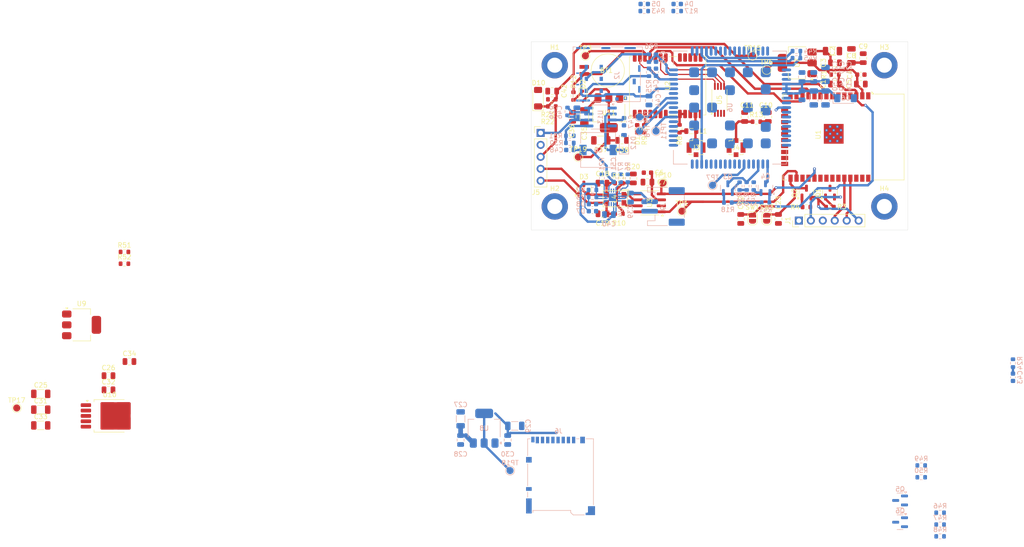
<source format=kicad_pcb>
(kicad_pcb (version 20240108) (generator "pcbnew") (generator_version "8.0")
  (layers (0 "F.Cu" signal) (31 "B.Cu" signal) (34 "B.Paste" user) (35 "F.Paste" user) (36 "B.SilkS" user "B.Silkscreen") (37 "F.SilkS" user "F.Silkscreen") (38 "B.Mask" user) (39 "F.Mask" user) (44 "Edge.Cuts" user))
  (net 0 "")
  (net 1 "Gps_V_Back")
  (net 2 "/EN")
  (net 3 "+5V")
  (net 4 "/PSU")
  (net 5 "/LTE_Module/RP_ANT")
  (net 6 "Net-(J4-In)")
  (net 7 "/LTE_Module/SIM_RST")
  (net 8 "/LTE_Module/SIM_VCC")
  (net 9 "/LTE_Module/VBAT")
  (net 10 "/LTE_Module/SIM_DATA")
  (net 11 "/LTE_Module/SIM_CLK")
  (net 12 "CAN_H")
  (net 13 "CAN_L")
  (net 14 "Net-(C20-Pad1)")
  (net 15 "/IO0")
  (net 16 "/SD_Modula/PSU")
  (net 17 "/LTE_Module/3V3")
  (net 18 "/GPS_Module/PSU")
  (net 19 "+BATT")
  (net 20 "PW+")
  (net 21 "Net-(U13-TC)")
  (net 22 "/PowerSupply_Module/StpDow_Out")
  (net 23 "Net-(D1-A)")
  (net 24 "Net-(D2-K)")
  (net 25 "Net-(D4-A)")
  (net 26 "Net-(D5-A)")
  (net 27 "Net-(D7-A)")
  (net 28 "/PowerSupply_Module/PGOOD")
  (net 29 "Net-(D8-A)")
  (net 30 "/PowerSupply_Module/CHG")
  (net 31 "Net-(D12-K)")
  (net 32 "/DTR")
  (net 33 "PROG_TX")
  (net 34 "/RTS")
  (net 35 "PROG_RX")
  (net 36 "SD_CS")
  (net 37 "MOSI")
  (net 38 "SCK")
  (net 39 "MISO")
  (net 40 "Net-(J3-In)")
  (net 41 "ACC")
  (net 42 "Net-(L1-Pad1)")
  (net 43 "/CAN_Module/CANH")
  (net 44 "/CAN_Module/CANL")
  (net 45 "Net-(Q1-B)")
  (net 46 "Net-(Q2-B)")
  (net 47 "/LTE_Module/S_DTR")
  (net 48 "/LTE_Module/DTR")
  (net 49 "Net-(Q3-B)")
  (net 50 "/LTE_Module/PWRKEY")
  (net 51 "Net-(Q4-B)")
  (net 52 "Net-(Q4-E)")
  (net 53 "Net-(Q5-B)")
  (net 54 "LTE_RX")
  (net 55 "Net-(Q5-C)")
  (net 56 "LTE_TX")
  (net 57 "Net-(Q6-B)")
  (net 58 "Net-(Q6-E)")
  (net 59 "Net-(U4-TS)")
  (net 60 "Net-(U4-ISET)")
  (net 61 "/GPS_Module/Ant_Rsv")
  (net 62 "Net-(U2-TIMEPULSE)")
  (net 63 "/LTE_Module/DATA_EN")
  (net 64 "/LTE_Module/LED_NET")
  (net 65 "/LTE_Module/1V8")
  (net 66 "Net-(U4-ILIM)")
  (net 67 "Net-(U13-DC)")
  (net 68 "Net-(U13-Vfb)")
  (net 69 "GND")
  (net 70 "Net-(U6-I2C_SCL)")
  (net 71 "Net-(U6-I2C_SDA)")
  (net 72 "Net-(U10-ADJ)")
  (net 73 "CAN_TX")
  (net 74 "Net-(U6-USB_BOOT)")
  (net 75 "Net-(U6-USB_DP)")
  (net 76 "Net-(U6-USB_DM)")
  (net 77 "CAN_RX")
  (net 85 "/ACC_Readout")
  (net 88 "GPS_TX")
  (net 99 "GPS_RX")
  (net 101 "/GPS_Module/GPS_SDA")
  (net 103 "/GPS_Module/GPS_SCL")
  (net 160 "Net-(J2-RST)")
  (net 161 "Net-(J2-CLK)")
  (footprint "Capacitor_SMD:C_1206_3216Metric" (layer "F.Cu") (at 99.475 52)
    (property "Reference" "C2")
    (property "Value" "10uF")
  )
  (footprint "MountingHole:MountingHole_3.2mm_M3_DIN965_Pad" (layer "F.Cu") (at 40.5 55)
    (property "Reference" "H1")
    (property "Value" "MountingHole_Pad")
  )
  (footprint "Resistor_SMD:R_0603_1608Metric" (layer "F.Cu") (at -50.89 97.16)
    (property "Reference" "R52")
    (property "Value" "10K")
  )
  (footprint "TestPoint:TestPoint_Pad_D1.5mm" (layer "F.Cu") (at 63.5 80)
    (property "Reference" "TP10")
    (property "Value" "TestPoint")
  )
  (footprint "Capacitor_SMD:C_0805_2012Metric" (layer "F.Cu") (at 100 59 180)
    (property "Reference" "C1")
    (property "Value" "0.1uF")
  )
  (footprint "Capacitor_SMD:C_0805_2012Metric" (layer "F.Cu") (at 54.775 70.9625)
    (property "Reference" "C38")
    (property "Value" "100pF")
  )
  (footprint "Connector_PinHeader_2.54mm:PinHeader_1x06_P2.54mm_Vertical" (layer "F.Cu") (at 92.34 88 90)
    (property "Reference" "J1")
    (property "Value" "Conn_01x06_Socket")
  )
  (footprint "Capacitor_SMD:C_0603_1608Metric" (layer "F.Cu") (at 105.5 57)
    (property "Reference" "C4")
    (property "Value" "22uF")
  )
  (footprint "TestPoint:TestPoint_Pad_D1.5mm" (layer "F.Cu") (at 85.5 56)
    (property "Reference" "TP6")
    (property "Value" "TestPoint")
  )
  (footprint "Resistor_SMD:R_0603_1608Metric" (layer "F.Cu") (at 100 57)
    (property "Reference" "R1")
    (property "Value" "10K")
  )
  (footprint "Capacitor_SMD:C_0805_2012Metric" (layer "F.Cu") (at 50.63 80.05)
    (property "Reference" "C18")
    (property "Value" "100pF")
  )
  (footprint "Capacitor_SMD:C_0805_2012Metric" (layer "F.Cu") (at 88 87.65 90)
    (property "Reference" "C23")
    (property "Value" "0.1uF")
  )
  (footprint "Inductor_SMD:L_0805_2012Metric" (layer "F.Cu") (at 69.5 69)
    (property "Reference" "L1")
    (property "Value" "27uH")
  )
  (footprint "Jumper:SolderJumper-2_P1.3mm_Open_RoundedPad1.0x1.5mm" (layer "F.Cu") (at 82.5 87.5 90)
    (property "Reference" "SW1")
    (property "Value" "SW_Push")
  )
  (footprint "Package_TO_SOT_SMD:SOT-223-3_TabPin2" (layer "F.Cu") (at -60 110.145)
    (property "Reference" "U9")
    (property "Value" "AMS1117-3.3")
  )
  (footprint "Capacitor_SMD:C_0805_2012Metric" (layer "F.Cu") (at 105.5 59)
    (property "Reference" "C5")
    (property "Value" "0.1uF")
  )
  (footprint "EPCO_B82787C0513:EPCO B82787C0513" (layer "F.Cu") (at 53.34 83.365 -90)
    (property "Reference" "L4")
    (property "Value" "EPCO B82787C0513")
  )
  (footprint "Package_TO_SOT_SMD:TO-252-5_TabPin3" (layer "F.Cu") (at -54.04 129.48)
    (property "Reference" "U10")
    (property "Value" "MIC29302AWD")
  )
  (footprint "Package_SO:TSSOP-8_4.4x3mm_P0.65mm" (layer "F.Cu") (at 75.475 62.3625 90)
    (property "Reference" "U5")
    (property "Value" "AT24CS01-XHM")
  )
  (footprint "Package_TO_SOT_SMD:SOT-223-3_TabPin2" (layer "F.Cu") (at 92 54.5 180)
    (property "Reference" "U7")
    (property "Value" "AMS1117-3.3")
  )
  (footprint "Capacitor_SMD:C_0805_2012Metric" (layer "F.Cu") (at 106 53.5 90)
    (property "Reference" "C9")
    (property "Value" "100pF")
  )
  (footprint "Capacitor_SMD:C_1206_3216Metric" (layer "F.Cu") (at -68.67 131.5)
    (property "Reference" "C33")
    (property "Value" "10uF")
  )
  (footprint "Capacitor_SMD:C_0805_2012Metric" (layer "F.Cu") (at 39.95 60.5 180)
    (property "Reference" "C42")
    (property "Value" "100pF")
  )
  (footprint "Resistor_SMD:R_0603_1608Metric" (layer "F.Cu") (at 54.13 86.55 180)
    (property "Reference" "R10")
    (property "Value" "60R")
  )
  (footprint "Resistor_SMD:R_0603_1608Metric" (layer "F.Cu") (at 39.875 63.75 180)
    (property "Reference" "R22")
    (property "Value" "10K")
  )
  (footprint "Capacitor_SMD:C_0805_2012Metric" (layer "F.Cu") (at 80 87.65 90)
    (property "Reference" "C22")
    (property "Value" "0.1uF")
  )
  (footprint "Capacitor_SMD:C_0805_2012Metric" (layer "F.Cu") (at 44.275 65.9625 -90)
    (property "Reference" "C36")
    (property "Value" "100pF")
  )
  (footprint "Connector_PinHeader_2.54mm:PinHeader_1x05_P2.54mm_Vertical" (layer "F.Cu") (at 37.5 69.38)
    (property "Reference" "J5")
    (property "Value" "Conn_01x05_Socket")
  )
  (footprint "Resistor_SMD:R_0603_1608Metric" (layer "F.Cu") (at 59.5 68.5 -90)
    (property "Reference" "R9")
    (property "Value" "1K")
  )
  (footprint "Package_TO_SOT_SMD:SOT-23" (layer "F.Cu") (at 93.95 82.0625 90)
    (property "Reference" "Q2")
    (property "Value" "BC849")
  )
  (footprint "Capacitor_SMD:C_0805_2012Metric" (layer "F.Cu") (at 50.63 86.55)
    (property "Reference" "C19")
    (property "Value" "100pF")
  )
  (footprint "Battery:BatteryHolder_Seiko_MS621F" (layer "F.Cu") (at 46.756898 56.1125 180)
    (property "Reference" "BT1")
    (property "Value" "Battery_Cell")
  )
  (footprint "Capacitor_SMD:C_0805_2012Metric" (layer "F.Cu") (at -54.28 123.95)
    (property "Reference" "C32")
    (property "Value" "100pF")
  )
  (footprint "Diode_SMD:D_MiniMELF" (layer "F.Cu") (at 36.95 62 90)
    (property "Reference" "D10")
    (property "Value" "BZV55B5V1")
  )
  (footprint "Capacitor_SMD:C_0805_2012Metric" (layer "F.Cu") (at -54.28 120.94)
    (property "Reference" "C26")
    (property "Value" "100pF")
  )
  (footprint "Capacitor_SMD:C_0805_2012Metric" (layer "F.Cu") (at 80.825 66 90)
    (property "Reference" "C11")
    (property "Value" "NC")
  )
  (footprint "Capacitor_SMD:C_1206_3216Metric" (layer "F.Cu") (at -68.67 124.8)
    (property "Reference" "C25")
    (property "Value" "10uF")
  )
  (footprint "Resistor_SMD:R_0603_1608Metric" (layer "F.Cu") (at 54.13 80.05 180)
    (property "Reference" "R11")
    (property "Value" "60R")
  )
  (footprint "Resistor_SMD:R_0603_1608Metric" (layer "F.Cu") (at 39.875 62.25 180)
    (property "Reference" "R23")
    (property "Value" "3K9")
  )
  (footprint "Package_SO:SOIC-8_3.9x4.9mm_P1.27mm" (layer "F.Cu") (at 60.655 84.23 180)
    (property "Reference" "U3")
    (property "Value" "SN65HVD231")
  )
  (footprint "Package_TO_SOT_SMD:SOT-223-3_TabPin2" (layer "F.Cu") (at 51.975 65.1125 -90)
    (property "Reference" "U11")
    (property "Value" "AMS1117-3.3")
  )
  (footprint "Capacitor_SMD:C_0805_2012Metric" (layer "F.Cu") (at 60.18 79.825 180)
    (property "Reference" "C7")
    (property "Value" "0.1uF")
  )
  (footprint "Resistor_SMD:R_0603_1608Metric" (layer "F.Cu") (at -50.89 94.65)
    (property "Reference" "R51")
    (property "Value" "22K")
  )
  (footprint "Resistor_SMD:R_0603_1608Metric" (layer "F.Cu") (at 44.475 61.5625 -90)
    (property "Reference" "R12")
    (property "Value" "120R")
  )
  (footprint "Capacitor_SMD:C_0805_2012Metric" (layer "F.Cu") (at 100 54.5)
    (property "Reference" "C3")
    (property "Value" "100pF")
  )
  (footprint "Resistor_SMD:R_0603_1608Metric" (layer "F.Cu") (at 67 68.5 -90)
    (property "Reference" "R8")
    (property "Value" "22R")
  )
  (footprint "Capacitor_SMD:C_0603_1608Metric" (layer "F.Cu") (at 58 68.5 -90)
    (property "Reference" "D1")
    (property "Value" "LED")
  )
  (footprint "Package_TO_SOT_SMD:SOT-23-3" (layer "F.Cu") (at 46.68 81.325 90)
    (property "Reference" "D3")
    (property "Value" "PESD1CAN")
  )
  (footprint "TestPoint:TestPoint_Pad_D1.5mm" (layer "F.Cu") (at -73.77 127.8)
    (property "Reference" "TP17")
    (property "Value" "TestPoint")
  )
  (footprint "TestPoint:TestPoint_Pad_D1.5mm" (layer "F.Cu") (at 45.5 74.5)
    (property "Reference" "TP19")
    (property "Value" "TestPoint")
  )
  (footprint "TestPoint:TestPoint_Pad_D1.5mm" (layer "F.Cu") (at 47 53)
    (property "Reference" "TP3")
    (property "Value" "TestPoint")
  )
  (footprint "RF_Module:ESP32-WROOM-32" (layer "F.Cu") (at 98.83 70.25 -90)
    (property "Reference" "U1")
    (property "Value" "ESP32-WROOM-32")
  )
  (footprint "RF_GPS:ublox_NEO" (layer "F.Cu") (at 64.475 59.3625 90)
    (property "Reference" "U2")
    (property "Value" "NEO-M8M")
  )
  (footprint "Connector_Coaxial:U.FL_Molex_MCRF_73412-0110_Vertical" (layer "F.Cu") (at 79 72.5 180)
    (property "Reference" "J4")
    (property "Value" "Conn_Coaxial")
  )
  (footprint "Diode_SMD:D_SOD-323" (layer "F.Cu") (at 46.475 61.5625 -90)
    (property "Reference" "D2")
    (property "Value" "1N4148")
  )
  (footprint "Capacitor_SMD:C_1206_3216Metric" (layer "F.Cu") (at 50.275 70.9625 180)
    (property "Reference" "C37")
    (property "Value" "10uF")
  )
  (footprint "Package_TO_SOT_SMD:SOT-23" (layer "F.Cu") (at 98.95 82.0625 90)
    (property "Reference" "Q1")
    (property "Value" "BC849")
  )
  (footprint "Jumper:SolderJumper-2_P1.3mm_Open_RoundedPad1.0x1.5mm" (layer "F.Cu") (at 85.5 87.5 90)
    (property "Reference" "SW3")
    (property "Value" "SW_Push")
  )
  (footprint "TestPoint:TestPoint_Pad_D1.5mm" (layer "F.Cu") (at 67.5 86)
    (property "Reference" "TP1")
    (property "Value" "TestPoint")
  )
  (footprint "Capacitor_SMD:C_0805_2012Metric" (layer "F.Cu") (at -49.83 117.93)
    (property "Reference" "C34")
    (property "Value" "100pF")
  )
  (footprint "Capacitor_SMD:C_1206_3216Metric" (layer "F.Cu") (at 46.775 65.9625 -90)
    (property "Reference" "C35")
    (property "Value" "10uF")
  )
  (footprint "MountingHole:MountingHole_3.2mm_M3_DIN965_Pad" (layer "F.Cu") (at 110.5 55)
    (property "Reference" "H3")
    (property "Value" "MountingHole_Pad")
  )
  (footprint "Capacitor_SMD:C_1206_3216Metric" (layer "F.Cu") (at -68.67 128.15)
    (property "Reference" "C31")
    (property "Value" "10uF")
  )
  (footprint "Capacitor_SMD:C_1206_3216Metric" (layer "F.Cu") (at 103.5 53 90)
    (property "Reference" "C8")
    (property "Value" "10uF")
  )
  (footprint "TestPoint:TestPoint_Pad_D1.5mm" (layer "F.Cu") (at 82.5 53)
    (property "Reference" "TP15")
    (property "Value" "TestPoint")
  )
  (footprint "Capacitor_SMD:C_0603_1608Metric" (layer "F.Cu") (at 60.18 77.825 180)
    (property "Reference" "C6")
    (property "Value" "22uF")
  )
  (footprint "Capacitor_SMD:C_0805_2012Metric" (layer "F.Cu") (at 85.825 66 90)
    (property "Reference" "C10")
    (property "Value" "NC")
  )
  (footprint "Connector_Coaxial:U.FL_Molex_MCRF_73412-0110_Vertical" (layer "F.Cu") (at 70.5 72.5 180)
    (property "Reference" "J3")
    (property "Value" "Conn_Coaxial")
  )
  (footprint "Resistor_SMD:R_0603_1608Metric" (layer "F.Cu") (at 93.95 85.125 180)
    (property "Reference" "R4")
    (property "Value" "10K")
  )
  (footprint "Resistor_SMD:R_0603_1608Metric" (layer "F.Cu") (at 83.325 67 180)
    (property "Reference" "R13")
    (property "Value" "R33")
  )
  (footprint "MountingHole:MountingHole_3.2mm_M3_DIN965_Pad" (layer "F.Cu") (at 40.5 85)
    (property "Reference" "H2")
    (property "Value" "MountingHole_Pad")
  )
  (footprint "Resistor_SMD:R_0603_1608Metric" (layer "F.Cu") (at 98.95 85.125)
    (property "Reference" "R3")
    (property "Value" "10K")
  )
  (footprint "Capacitor_SMD:C_0805_2012Metric" (layer "F.Cu") (at 57.18 79.05 90)
    (property "Reference" "C20")
    (property "Value" "4.7uF")
  )
  (footprint "MountingHole:MountingHole_3.2mm_M3_DIN965_Pad" (layer "F.Cu") (at 110.5 85)
    (property "Reference" "H4")
    (property "Value" "MountingHole_Pad")
  )
  (footprint "TestPoint:TestPoint_Pad_D1.5mm" (layer "B.Cu") (at 31 141.1 180)
    (property "Reference" "TP18")
    (property "Value" "TestPoint")
  )
  (footprint "Package_TO_SOT_SMD:SOT-23" (layer "B.Cu") (at 113.835 152.06 180)
    (property "Reference" "Q6")
    (property "Value" "MMBT3904")
  )
  (footprint "Package_TO_SOT_SMD:SOT-23" (layer "B.Cu") (at 77.25 81.1125 90)
    (property "Reference" "Q3")
    (property "Value" "MMBT3904")
  )
  (footprint "Capacitor_SMD:C_0603_1608Metric" (layer "B.Cu") (at 53 79 90)
    (property "Reference" "C51")
    (property "Value" "1uF")
  )
  (footprint "A7670E:A7670E" (layer "B.Cu") (at 77.7 64 90)
    (property "Reference" "U6")
    (property "Value" "A7670E")
  )
  (footprint "Capacitor_SMD:C_0805_2012Metric" (layer "B.Cu") (at 95.5 57.5 90)
    (property "Reference" "C17")
    (property "Value" "100pF")
  )
  (footprint "Resistor_SMD:R_0603_1608Metric" (layer "B.Cu") (at 91.825 53.5 180)
    (property "Reference" "R45")
    (property "Value" "1K")
  )
  (footprint "Resistor_SMD:R_0603_1608Metric" (layer "B.Cu") (at 56 79 90)
    (property "Reference" "R6")
    (property "Value" "10K")
  )
  (footprint "Resistor_SMD:R_0603_1608Metric" (layer "B.Cu") (at 48.5 81.5)
    (property "Reference" "R2")
    (property "Value" "1K")
  )
  (footprint "Resistor_SMD:R_0603_1608Metric" (layer "B.Cu") (at 60.5 53.5 -90)
    (property "Reference" "R26")
    (property "Value" "22R")
  )
  (footprint "Capacitor_SMD:C_1206_3216Metric" (layer "B.Cu") (at 32 131.6)
    (property "Reference" "C29")
    (property "Value" "10uF")
  )
  (footprint "Package_DFN_QFN:VQFN-16-1EP_3x3mm_P0.5mm_EP1.6x1.6mm" (layer "B.Cu") (at 52.75 83.0625 180)
    (property "Reference" "U4")
    (property "Value" "BQ24075RGT")
  )
  (footprint "Resistor_SMD:R_0603_1608Metric" (layer "B.Cu") (at 118.325 142.51 180)
    (property "Reference" "R50")
    (property "Value" "4K7")
  )
  (footprint "Resistor_SMD:R_0603_1608Metric" (layer "B.Cu") (at 122.335 150.04 180)
    (property "Reference" "R46")
    (property "Value" "4K7")
  )
  (footprint "Resistor_SMD:R_0603_1608Metric" (layer "B.Cu") (at 122.335 155.06 180)
    (property "Reference" "R48")
    (property "Value" "100K")
  )
  (footprint "Resistor_SMD:R_0603_1608Metric" (layer "B.Cu") (at 77.25 84.175)
    (property "Reference" "R18")
    (property "Value" "100K")
  )
  (footprint "Resistor_SMD:R_0603_1608Metric" (layer "B.Cu") (at 50.5 79 90)
    (property "Reference" "R21")
    (property "Value" "1k18")
  )
  (footprint "Diode_SMD:D_MiniMELF" (layer "B.Cu") (at 102.25 62)
    (property "Reference" "D6")
    (property "Value" "BZV55B5V1")
  )
  (footprint "Resistor_SMD:R_0603_1608Metric" (layer "B.Cu") (at 85.25 84.175)
    (property "Reference" "R41")
    (property "Value" "4K7")
  )
  (footprint "Capacitor_SMD:C_0805_2012Metric" (layer "B.Cu") (at 45.2 65 90)
    (property "Reference" "C46")
    (property "Value" "0.1uF")
  )
  (footprint "Capacitor_SMD:C_0603_1608Metric" (layer "B.Cu") (at 66.5 42 180)
    (property "Reference" "D4")
    (property "Value" "LED")
  )
  (footprint "Capacitor_SMD:C_0603_1608Metric" (layer "B.Cu") (at 62 53.5 -90)
    (property "Reference" "C45")
    (property "Value" "22uF")
  )
  (footprint "Package_SO:SOIC-8_3.9x4.9mm_P1.27mm" (layer "B.Cu") (at 50.2 66 180)
    (property "Reference" "U13")
    (property "Value" "MC34063AD")
  )
  (footprint "Capacitor_SMD:C_1206_3216Metric" (layer "B.Cu") (at 20.5 130.1 90)
    (property "Reference" "C27")
    (property "Value" "10uF")
  )
  (footprint "Resistor_SMD:R_0603_1608Metric" (layer "B.Cu") (at 79.75 80.675 90)
    (property "Reference" "R19")
    (property "Value" "4K7")
  )
  (footprint "Resistor_SMD:R_0603_1608Metric" (layer "B.Cu") (at 66.5 43.5)
    (property "Reference" "R17")
    (property "Value" "51R")
  )
  (footprint "Capacitor_SMD:C_1206_3216Metric" (layer "B.Cu") (at 95.5 61.95 -90)
    (property "Reference" "C49")
    (property "Value" "10uF")
  )
  (footprint "Capacitor_SMD:C_0603_1608Metric" (layer "B.Cu") (at 59.5 42 180)
    (property "Reference" "D5")
    (property "Value" "LED")
  )
  (footprint "Package_TO_SOT_SMD:SOT-223-3_TabPin2" (layer "B.Cu") (at 25.5 132.1 90)
    (property "Reference" "U8")
    (property "Value" "AMS1117-3.3")
  )
  (footprint "Resistor_SMD:R_0603_1608Metric" (layer "B.Cu") (at 82.75 80.675 -90)
    (property "Reference" "R42")
    (property "Value" "47K")
  )
  (footprint "Package_TO_SOT_SMD:SOT-23" (layer "B.Cu") (at 85.25 81.1125 90)
    (property "Reference" "Q4")
    (property "Value" "BC849")
  )
  (footprint "Capacitor_SMD:C_0805_2012Metric" (layer "B.Cu") (at 56.5625 83.1 -90)
    (property "Reference" "C39")
    (property "Value" "4.7uF")
  )
  (footprint "Capacitor_SMD:C_0805_2012Metric" (layer "B.Cu") (at 60.5 62.5 -90)
    (property "Reference" "C44")
    (property "Value" "100pF")
  )
  (footprint "Resistor_SMD:R_0603_1608Metric" (layer "B.Cu") (at 43.7 71.5)
    (property "Reference" "R30")
    (property "Value" "3K3")
  )
  (footprint "Package_TO_SOT_SMD:SOT-23" (layer "B.Cu") (at 113.835 147.435 180)
    (property "Reference" "Q5")
    (property "Value" "MMBT3904")
  )
  (footprint "Connector_JST:JST_PH_S2B-PH-SM4-TB_1x02-1MP_P2.00mm_Horizontal" (layer "B.Cu") (at 63.5 85 -90)
    (property "Reference" "J9")
    (property "Value" "Battery")
  )
  (footprint "Resistor_SMD:R_0603_1608Metric" (layer "B.Cu") (at 43.7 70 180)
    (property "Reference" "R31")
    (property "Value" "1K2")
  )
  (footprint "TestPoint:TestPoint_Pad_D1.5mm" (layer "B.Cu") (at 62 69 90)
    (property "Reference" "TP11")
    (property "Value" "TestPoint")
  )
  (footprint "Resistor_SMD:R_0603_1608Metric" (layer "B.Cu") (at 59.5 43.5)
    (property "Reference" "R43")
    (property "Value" "51R")
  )
  (footprint "Inductor_SMD:L_7.3x7.3_H4.5" (layer "B.Cu") (at 49.7 73 180)
    (property "Reference" "L6")
    (property "Value" "220uH")
  )
  (footprint "Capacitor_SMD:C_0603_1608Metric" (layer "B.Cu") (at 62 56.5 90)
    (property "Reference" "C41")
    (property "Value" "22uF")
  )
  (footprint "Capacitor_SMD:C_0603_1608Metric" (layer "B.Cu") (at 48.5 84.5 180)
    (property "Reference" "D8")
    (property "Value" "LED")
  )
  (footprint "TestPoint:TestPoint_Pad_D1.5mm" (layer "B.Cu") (at 58.5 69 90)
    (property "Reference" "TP8")
    (property "Value" "TestPoint")
  )
  (footprint "Resistor_SMD:R_0603_1608Metric" (layer "B.Cu") (at 118.325 140 180)
    (property "Reference" "R49")
    (property "Value" "4K7")
  )
  (footprint "Connector_JAE:JAE_SIM_Card_SF72S006" (layer "B.Cu") (at 49.66 57.905 -90)
    (property "Reference" "J2")
    (property "Value" "JAE_SIM_Card_SF72S006")
  )
  (footprint "Capacitor_SMD:C_0805_2012Metric" (layer "B.Cu") (at 52 86.725 180)
    (property "Reference" "C40")
    (property "Value" "4.7uF")
  )
  (footprint "Capacitor_SMD:C_1206_3216Metric" (layer "B.Cu") (at 98 61.95 -90)
    (property "Reference" "C14")
    (property "Value" "10uF")
  )
  (footprint "Connector_Card:microSD_HC_Hirose_DM3BT-DSF-PEJS" (layer "B.Cu") (at 41.725 142.225 180)
    (property "Reference" "J6")
    (property "Value" "Micro_SD_Card")
  )
  (footprint "Capacitor_SMD:C_1206_3216Metric" (layer "B.Cu") (at 98 56.95 90)
    (property "Reference" "C21")
    (property "Value" "10uF")
  )
  (footprint "Capacitor_SMD:C_0603_1608Metric" (layer "B.Cu") (at 48.5 86 180)
    (property "Reference" "D7")
    (property "Value" "LED")
  )
  (footprint "Capacitor_SMD:C_0805_2012Metric" (layer "B.Cu") (at 93 61.4 -90)
    (property "Reference" "C50")
    (property "Value" "100pF")
  )
  (footprint "Capacitor_SMD:C_0603_1608Metric" (layer "B.Cu") (at 43.7 73 180)
    (property "Reference" "C48")
    (property "Value" "470pF")
  )
  (footprint "Capacitor_SMD:C_0805_2012Metric" (layer "B.Cu") (at 20.5 134.6 -90)
    (property "Reference" "C28")
    (property "Value" "100pF")
  )
  (footprint "TestPoint:TestPoint_Pad_D1.5mm" (layer "B.Cu") (at 58.5 66 90)
    (property "Reference" "TP9")
    (property "Value" "TestPoint")
  )
  (footprint "Resistor_SMD:R_0603_1608Metric" (layer "B.Cu") (at 48.5 83)
    (property "Reference" "R5")
    (property "Value" "1K")
  )
  (footprint "Capacitor_SMD:C_0805_2012Metric" (layer "B.Cu") (at 93 57.5 90)
    (property "Reference" "C24")
    (property "Value" "100pF")
  )
  (footprint "Capacitor_SMD:C_0603_1608Metric" (layer "B.Cu") (at 55.2 67 -90)
    (property "Reference" "C47")
    (property "Value" "470pF")
  )
  (footprint "Resistor_SMD:R_0603_1608Metric" (layer "B.Cu") (at 81.25 80.675 -90)
    (property "Reference" "R20")
    (property "Value" "4K7")
  )
  (footprint "Resistor_SMD:R_0603_1608Metric" (layer "B.Cu") (at 43.2 64.825 -90)
    (property "Reference" "R29")
    (property "Value" "0.33R")
  )
  (footprint "Diode_SMD:D_SOD-123" (layer "B.Cu") (at 55.2 71.5 90)
    (property "Reference" "D12")
    (property "Value" "1N5819")
  )
  (footprint "Resistor_SMD:R_0603_1608Metric" (layer "B.Cu") (at 122.335 152.55 180)
    (property "Reference" "R47")
    (property "Value" "4K7")
  )
  (footprint "Capacitor_SMD:C_0805_2012Metric" (layer "B.Cu") (at 30.5 134.6 -90)
    (property "Reference" "C30")
    (property "Value" "100pF")
  )
  (footprint "TestPoint:TestPoint_Pad_D1.5mm" (layer "B.Cu") (at 74 80.5 180)
    (property "Reference" "TP7")
    (property "Value" "TestPoint")
  )
  (footprint "Resistor_SMD:R_0603_1608Metric" (layer "B.Cu") (at 60.5 56.5 -90)
    (property "Reference" "R25")
    (property "Value" "22R")
  )
  (footprint "Capacitor_SMD:C_0603_1608Metric" (layer "B.Cu") (at 137.81 121.275 -90)
    (property "Reference" "C43")
    (property "Value" "22uF")
  )
  (footprint "Resistor_SMD:R_0603_1608Metric" (layer "B.Cu") (at 54.5 79 90)
    (property "Reference" "R7")
    (property "Value" "1k13")
  )
  (footprint "Resistor_SMD:R_0603_1608Metric" (layer "B.Cu") (at 137.81 118.275 -90)
    (property "Reference" "R24")
    (property "Value" "22R")
  )
  (footprint "Resistor_SMD:R_0603_1608Metric" (layer "B.Cu") (at 91.825 52 180)
    (property "Reference" "R44")
    (property "Value" "1K")
  )
  (gr_rect (start 35.5 50) (end 115.5 90) (stroke (width 0.05)) (fill none) (layer "Edge.Cuts"))
  (segment (start 59.675 52.4625) (end 59.675 53.3625) (width 0.5) (layer "F.Cu") (net 1))
  (segment (start 44.475 59.144398) (end 46.756898 56.8625) (width 0.5) (layer "F.Cu") (net 1))
  (segment (start 55.225 52.0125) (end 59.225 52.0125) (width 0.5) (layer "F.Cu") (net 1))
  (segment (start 46.756898 56.8625) (end 50.375 56.8625) (width 0.5) (layer "F.Cu") (net 1))
  (segment (start 59.225 52.0125) (end 59.675 52.4625) (width 0.5) (layer "F.Cu") (net 1))
  (segment (start 50.375 56.8625) (end 55.225 52.0125) (width 0.5) (layer "F.Cu") (net 1))
  (segment (start 55.225 52.0125) (end 47.9875 52.0125) (width 0.5) (layer "F.Cu") (net 1))
  (segment (start 47.9875 52.0125) (end 47 53) (width 0.5) (layer "F.Cu") (net 1))
  (segment (start 44.475 60.7375) (end 44.475 59.144398) (width 0.5) (layer "F.Cu") (net 1))
  (segment (start 106.5 63.5) (end 105.71 63.5) (width 0.5) (layer "F.Cu") (net 2))
  (segment (start 100.375 81.125) (end 98.95 81.125) (width 0.5) (layer "F.Cu") (net 2))
  (segment (start 100.825 57) (end 100.825 58.875) (width 0.5) (layer "F.Cu") (net 2))
  (segment (start 104.54 62.33) (end 104.54 61.5) (width 0.5) (layer "F.Cu") (net 2))
  (segment (start 82.35 86.7) (end 82.5 86.85) (width 0.5) (layer "F.Cu") (net 2))
  (segment (start 104.54 60.57) (end 104.54 61.5) (width 0.5) (layer "F.Cu") (net 2))
  (segment (start 102.25 60.25) (end 104.22 60.25) (width 0.5) (layer "F.Cu") (net 2))
  (segment (start 100.95 59) (end 101 59) (width 0.5) (layer "F.Cu") (net 2))
  (segment (start 87.5 85) (end 84.35 85) (width 0.5) (layer "F.Cu") (net 2))
  (segment (start 80 86.7) (end 82.35 86.7) (width 0.5) (layer "F.Cu") (net 2))
  (segment (start 104.22 60.25) (end 104.54 60.57) (width 0.5) (layer "F.Cu") (net 2))
  (segment (start 100.825 58.875) (end 100.95 59) (width 0.5) (layer "F.Cu") (net 2))
  (segment (start 84.35 85) (end 82.5 86.85) (width 0.5) (layer "F.Cu") (net 2))
  (segment (start 105.71 63.5) (end 104.54 62.33) (width 0.5) (layer "F.Cu") (net 2))
  (segment (start 101 59) (end 102.25 60.25) (width 0.5) (layer "F.Cu") (net 2))
  (via (at 87.5 85) (size 0.6) (drill 0.3) (layers "F.Cu" "B.Cu") (net 2))
  (via (at 106.5 63.5) (size 0.6) (drill 0.3) (layers "F.Cu" "B.Cu") (net 2))
  (via (at 100.375 81.125) (size 0.6) (drill 0.3) (layers "F.Cu" "B.Cu") (net 2))
  (segment (start 96.375 81.125) (end 100.375 81.125) (width 0.5) (layer "B.Cu") (net 2))
  (segment (start 107 80.5) (end 101 80.5) (width 0.5) (layer "B.Cu") (net 2))
  (segment (start 92.5 85) (end 96.375 81.125) (width 0.5) (layer "B.Cu") (net 2))
  (segment (start 108 79.5) (end 107 80.5) (width 0.5) (layer "B.Cu") (net 2))
  (segment (start 101 80.5) (end 100.375 81.125) (width 0.5) (layer "B.Cu") (net 2))
  (segment (start 106.5 63.5) (end 108 65) (width 0.5) (layer "B.Cu") (net 2))
  (segment (start 87.5 85) (end 92.5 85) (width 0.5) (layer "B.Cu") (net 2))
  (segment (start 108 65) (end 108 79.5) (width 0.5) (layer "B.Cu") (net 2))
  (segment (start 63.13 83.595) (end 62.155001 83.595) (width 0.5) (layer "F.Cu") (net 3))
  (segment (start 98 52) (end 95.35 52) (width 0.5) (layer "F.Cu") (net 3))
  (segment (start 99.05 54.5) (end 99.05 53.05) (width 0.5) (layer "F.Cu") (net 3))
  (segment (start 99.05 53.05) (end 98 52) (width 0.5) (layer "F.Cu") (net 3))
  (segment (start 46.775 64.4875) (end 47.15 64.4875) (width 0.5) (layer "F.Cu") (net 3))
  (segment (start 95.35 52) (end 95.15 52.2) (width 0.5) (layer "F.Cu") (net 3))
  (segment (start 46.25 65.0125) (end 46.775 64.4875) (width 0.5) (layer "F.Cu") (net 3))
  (segment (start 44.275 65.0125) (end 46.25 65.0125) (width 0.5) (layer "F.Cu") (net 3))
  (segment (start 62.155001 83.595) (end 61.13 82.569999) (width 0.5) (layer "F.Cu") (net 3))
  (segment (start 61.13 82.569999) (end 61.13 79.825) (width 0.5) (layer "F.Cu") (net 3))
  (segment (start 47.15 64.4875) (end 49.675 61.9625) (width 0.5) (layer "F.Cu") (net 3))
  (segment (start 61.13 79.825) (end 61.13 78) (width 0.5) (layer "F.Cu") (net 3))
  (segment (start 49.6375 83.3125) (end 49.325 83) (width 0.25) (layer "B.Cu") (net 3))
  (segment (start 47.5 88.225) (end 51.45 88.225) (width 0.5) (layer "B.Cu") (net 3))
  (segment (start 53 86.675) (end 52.95 86.725) (width 0.25) (layer "B.Cu") (net 3))
  (segment (start 53.5 84.5) (end 53 84.5) (width 0.25) (layer "B.Cu") (net 3))
  (segment (start 47.5 88.225) (end 46 86.725) (width 0.5) (layer "B.Cu") (net 3))
  (segment (start 49 80.225) (end 49.325 80.55) (width 0.5) (layer "B.Cu") (net 3))
  (segment (start 46 86.725) (end 46 80.725) (width 0.5) (layer "B.Cu") (net 3))
  (segment (start 46 80.725) (end 46.5 80.225) (width 0.5) (layer "B.Cu") (net 3))
  (segment (start 49.325 80.55) (end 49.325 81.5) (width 0.5) (layer "B.Cu") (net 3))
  (segment (start 53.5 86.175) (end 52.95 86.725) (width 0.25) (layer "B.Cu") (net 3))
  (segment (start 51.45 88.225) (end 52.95 86.725) (width 0.5) (layer "B.Cu") (net 3))
  (segment (start 62 69) (end 62 67.93934) (width 0.5) (layer "B.Cu") (net 3))
  (segment (start 53.5 84.5) (end 53.5 86.175) (width 0.25) (layer "B.Cu") (net 3))
  (segment (start 46.5 80.225) (end 49 80.225) (width 0.5) (layer "B.Cu") (net 3))
  (segment (start 63.93934 66) (end 65.7 66) (width 0.5) (layer "B.Cu") (net 3))
  (segment (start 51.3125 83.3125) (end 49.6375 83.3125) (width 0.25) (layer "B.Cu") (net 3))
  (segment (start 49.325 83) (end 49.325 81.5) (width 0.25) (layer "B.Cu") (net 3))
  (segment (start 51.3125 82.8125) (end 51.3125 83.3125) (width 0.25) (layer "B.Cu") (net 3))
  (segment (start 20.5 133.65) (end 20.5 131.575) (width 1) (layer "B.Cu") (net 3))
  (segment (start 53 84.5) (end 53 86.675) (width 0.25) (layer "B.Cu") (net 3))
  (segment (start 62 67.93934) (end 63.93934 66) (width 0.5) (layer "B.Cu") (net 3))
  (segment (start 49.5125 82.8125) (end 49.325 83) (width 0.25) (layer "B.Cu") (net 3))
  (segment (start 23.2 135.25) (end 21.6 133.65) (width 1) (layer "B.Cu") (net 3))
  (segment (start 51.3125 82.8125) (end 49.5125 82.8125) (width 0.25) (layer "B.Cu") (net 3))
  (segment (start 103.75 56.025) (end 102 56.025) (width 0.5) (layer "F.Cu") (net 4))
  (segment (start 98.5 56.025) (end 98.5 56.325) (width 0.5) (layer "F.Cu") (net 4))
  (segment (start 104.725 57) (end 103.75 56.025) (width 0.5) (layer "F.Cu") (net 4))
  (segment (start 95.15 54.5) (end 88.85 54.5) (width 0.5) (layer "F.Cu") (net 4))
  (segment (start 96.675 56.025) (end 95.15 54.5) (width 0.5) (layer "F.Cu") (net 4))
  (segment (start 105.81 60.26) (end 105.81 61.5) (width 0.5) (layer "F.Cu") (net 4))
  (segment (start 98.5 56.325) (end 99.175 57) (width 0.5) (layer "F.Cu") (net 4))
  (segment (start 102 56.025) (end 98.5 56.025) (width 0.5) (layer "F.Cu") (net 4))
  (segment (start 104.725 57) (end 104.725 58.825) (width 0.5) (layer "F.Cu") (net 4))
  (segment (start 87 54.5) (end 85.5 56) (width 0.5) (layer "F.Cu") (net 4))
  (segment (start 88.85 54.5) (end 87 54.5) (width 0.5) (layer "F.Cu") (net 4))
  (segment (start 102 55.975) (end 103.5 54.475) (width 0.5) (layer "F.Cu") (net 4))
  (segment (start 103.525 54.45) (end 103.5 54.475) (width 0.5) (layer "F.Cu") (net 4))
  (segment (start 98.5 56.025) (end 96.675 56.025) (width 0.5) (layer "F.Cu") (net 4))
  (segment (start 104.725 58.825) (end 104.55 59) (width 0.5) (layer "F.Cu") (net 4))
  (segment (start 102 56.025) (end 102 55.975) (width 0.5) (layer "F.Cu") (net 4))
  (segment (start 106 54.45) (end 103.525 54.45) (width 0.5) (layer "F.Cu") (net 4))
  (segment (start 104.55 59) (end 105.81 60.26) (width 0.5) (layer "F.Cu") (net 4))
  (segment (start 85.825 66.95) (end 84.2 66.95) (width 0.5) (layer "F.Cu") (net 5))
  (via (at 87.5 64.5) (size 0.6) (drill 0.3) (layers "F.Cu" "B.Cu") (net 5))
  (segment (start 89.7 64) (end 88 64) (width 0.5) (layer "B.Cu") (net 5))
  (segment (start 88 64) (end 87.5 64.5) (width 0.5) (layer "B.Cu") (net 5))
  (segment (start 82.5 67) (end 80.875 67) (width 0.5) (layer "F.Cu") (net 6))
  (segment (start 79 67.5) (end 79 71) (width 0.5) (layer "F.Cu") (net 6))
  (segment (start 80.825 66.95) (end 79.55 66.95) (width 0.5) (layer "F.Cu") (net 6))
  (segment (start 79.55 66.95) (end 79 67.5) (width 0.5) (layer "F.Cu") (net 6))
  (segment (start 64.25 54.975) (end 64.25 56.31066) (width 0.5) (layer "B.Cu") (net 7))
  (segment (start 64.25 56.31066) (end 64.93934 57) (width 0.5) (layer "B.Cu") (net 7))
  (segment (start 62 52.725) (end 62 52.825) (width 0.5) (layer "B.Cu") (net 7))
  (segment (start 64.93934 57) (end 65.7 57) (width 0.5) (layer "B.Cu") (net 7))
  (segment (start 62 52.725) (end 64.25 54.975) (width 0.5) (layer "B.Cu") (net 7))
  (segment (start 62 52.825) (end 60.5 54.325) (width 0.5) (layer "B.Cu") (net 7))
  (segment (start 46.1 61.1) (end 46.1 56.9325) (width 0.5) (layer "B.Cu") (net 8))
  (segment (start 46.1 56.9325) (end 47.2 55.8325) (width 0.5) (layer "B.Cu") (net 8))
  (segment (start 57.225 61.175) (end 51.325 61.175) (width 0.5) (layer "B.Cu") (net 8))
  (segment (start 62.1 60) (end 60.5 61.6) (width 0.5) (layer "B.Cu") (net 8))
  (segment (start 60.5 61.6) (end 57.65 61.6) (width 0.5) (layer "B.Cu") (net 8))
  (segment (start 51.325 61.175) (end 51 61.5) (width 0.5) (layer "B.Cu") (net 8))
  (segment (start 51 61.5) (end 46.5 61.5) (width 0.5) (layer "B.Cu") (net 8))
  (segment (start 65.7 60) (end 62.1 60) (width 0.5) (layer "B.Cu") (net 8))
  (segment (start 57.65 61.6) (end 57.225 61.175) (width 0.5) (layer "B.Cu") (net 8))
  (segment (start 46.5 61.5) (end 46.1 61.1) (width 0.5) (layer "B.Cu") (net 8))
  (segment (start 47.2 55.8325) (end 47.2 55.365) (width 0.5) (layer "B.Cu") (net 8))
  (segment (start 98 58.425) (end 93.025 58.425) (width 0.5) (layer "B.Cu") (net 9))
  (segment (start 93 58.45) (end 92.45 59) (width 0.5) (layer "B.Cu") (net 9))
  (segment (start 89.7 61) (end 92.45 61) (width 0.5) (layer "B.Cu") (net 9))
  (segment (start 93.025 58.425) (end 93 58.45) (width 0.5) (layer "B.Cu") (net 9))
  (segment (start 98 60.475) (end 93.025 60.475) (width 0.5) (layer "B.Cu") (net 9))
  (segment (start 98.975 60.475) (end 100.5 62) (width 0.5) (layer "B.Cu") (net 9))
  (segment (start 89.7 59) (end 89.7 61) (width 0.5) (layer "B.Cu") (net 9))
  (segment (start 98 60.475) (end 98.975 60.475) (width 0.5) (layer "B.Cu") (net 9))
  (segment (start 92.45 61) (end 93 60.45) (width 0.5) (layer "B.Cu") (net 9))
  (segment (start 93.025 60.475) (end 93 60.45) (width 0.5) (layer "B.Cu") (net 9))
  (segment (start 93 58.45) (end 93 60.45) (width 0.5) (layer "B.Cu") (net 9))
  (segment (start 92.45 59) (end 89.7 59) (width 0.5) (layer "B.Cu") (net 9))
  (segment (start 137.81 120.5) (end 137.81 119.1) (width 0.5) (layer "B.Cu") (net 10))
  (segment (start 60.5 55.675) (end 60.5 55.775) (width 0.5) (layer "B.Cu") (net 11))
  (segment (start 60.5 55.775) (end 62 57.275) (width 0.5) (layer "B.Cu") (net 11))
  (segment (start 62.725 58) (end 65.7 58) (width 0.5) (layer "B.Cu") (net 11))
  (segment (start 62 57.275) (end 62.725 58) (width 0.5) (layer "B.Cu") (net 11))
  (segment (start 51.5 86.47) (end 51.58 86.55) (width 0.5) (layer "F.Cu") (net 12))
  (segment (start 37.54 79.5) (end 37.5 79.54) (width 0.5) (layer "F.Cu") (net 12))
  (segment (start 51.58 86.55) (end 53.305 86.55) (width 0.5) (layer "F.Cu") (net 12))
  (segment (start 42.5 79.5) (end 37.54 79.5) (width 0.5) (layer "F.Cu") (net 12))
  (segment (start 51.5 84.23) (end 51.5 86.47) (width 0.5) (layer "F.Cu") (net 12))
  (segment (start 45.73 82.4625) (end 45.4625 82.4625) (width 0.5) (layer "F.Cu") (net 12))
  (segment (start 45.4625 82.4625) (end 42.5 79.5) (width 0.5) (layer "F.Cu") (net 12))
  (segment (start 47.4975 84.23) (end 45.73 82.4625) (width 0.5) (layer "F.Cu") (net 12))
  (segment (start 51.5 84.23) (end 47.4975 84.23) (width 0.5) (layer "F.Cu") (net 12))
  (segment (start 41.906606 77) (end 37.5 77) (width 0.5) (layer "F.Cu") (net 13))
  (segment (start 53.305 80.05) (end 51.58 80.05) (width 0.5) (layer "F.Cu") (net 13))
  (segment (start 47.6675 82.5) (end 47.63 82.4625) (width 0.5) (layer "F.Cu") (net 13))
  (segment (start 51.5 80.13) (end 51.58 80.05) (width 0.5) (layer "F.Cu") (net 13))
  (segment (start 51.5 82.5) (end 47.6675 82.5) (width 0.5) (layer "F.Cu") (net 13))
  (segment (start 47.369106 82.4625) (end 41.906606 77) (width 0.5) (layer "F.Cu") (net 13))
  (segment (start 47.63 82.4625) (end 47.369106 82.4625) (width 0.5) (layer "F.Cu") (net 13))
  (segment (start 51.5 82.5) (end 51.5 80.13) (width 0.5) (layer "F.Cu") (net 13))
  (segment (start 57.13 80.05) (end 57.18 80) (width 0.5) (layer "F.Cu") (net 14))
  (segment (start 53.68 84.68) (end 53.68 81.325) (width 0.5) (layer "F.Cu") (net 14))
  (segment (start 54.955 86.55) (end 54.955 85.955) (width 0.5) (layer "F.Cu") (net 14))
  (segment (start 53.68 81.325) (end 54.955 80.05) (width 0.5) (layer "F.Cu") (net 14))
  (segment (start 54.955 80.05) (end 57.13 80.05) (width 0.5) (layer "F.Cu") (net 14))
  (segment (start 54.955 85.955) (end 53.68 84.68) (width 0.5) (layer "F.Cu") (net 14))
  (segment (start 85.65 86.7) (end 85.5 86.85) (width 0.5) (layer "F.Cu") (net 15))
  (segment (start 90.57 80.25) (end 90.57 79) (width 0.5) (layer "F.Cu") (net 15))
  (segment (start 88 86.7) (end 91.445 83.255) (width 0.5) (layer "F.Cu") (net 15))
  (segment (start 91.445 83.255) (end 91.445 81.125) (width 0.5) (layer "F.Cu") (net 15))
  (segment (start 93.95 81.125) (end 91.445 81.125) (width 0.5) (layer "F.Cu") (net 15))
  (segment (start 91.445 81.125) (end 90.57 80.25) (width 0.5) (layer "F.Cu") (net 15))
  (segment (start 88 86.7) (end 85.65 86.7) (width 0.5) (layer "F.Cu") (net 15))
  (segment (start 30.5 133.65) (end 31.05 133.1) (width 0.5) (layer "B.Cu") (net 16))
  (segment (start 30.525 131.6) (end 30.525 133.625) (width 0.5) (layer "B.Cu") (net 16))
  (segment (start 27.875 128.95) (end 30.525 131.6) (width 0.5) (layer "B.Cu") (net 16))
  (segment (start 30.525 133.625) (end 30.5 133.65) (width 0.5) (layer "B.Cu") (net 16))
  (segment (start 25.5 135.6) (end 31 141.1) (width 0.5) (layer "B.Cu") (net 16))
  (segment (start 31.05 133.1) (end 40.9 133.1) (width 0.5) (layer "B.Cu") (net 16))
  (segment (start 25.5 128.95) (end 25.5 135.25) (width 0.5) (layer "B.Cu") (net 16))
  (segment (start 78.075 84.175) (end 84.425 84.175) (width 0.5) (layer "B.Cu") (net 17))
  (segment (start 51.75 70.9625) (end 53.825 70.9625) (width 0.5) (layer "F.Cu") (net 18))
  (segment (start 58.575 54.65) (end 59.425 55.5) (width 0.25) (layer "F.Cu") (net 18))
  (segment (start 59.425 55.5) (end 60.5 55.5) (width 0.25) (layer "F.Cu") (net 18))
  (segment (start 58.575 54.2625) (end 58.575 54.65) (width 0.25) (layer "F.Cu") (net 18))
  (segment (start 51.75 70.9625) (end 51.75 68.4875) (width 0.5) (layer "F.Cu") (net 18))
  (segment (start 51.75 68.4875) (end 51.975 68.2625) (width 0.5) (layer "F.Cu") (net 18))
  (segment (start 62.9625 57.9625) (end 74.075 57.9625) (width 0.25) (layer "F.Cu") (net 18))
  (segment (start 51.75 70.9625) (end 48.2125 74.5) (width 0.5) (layer "F.Cu") (net 18))
  (segment (start 51.975 68.2625) (end 51.975 61.9625) (width 0.5) (layer "F.Cu") (net 18))
  (segment (start 51.975 60.6125) (end 51.475 60.1125) (width 0.5) (layer "F.Cu") (net 18))
  (segment (start 51.475 60.1125) (end 48.975 60.1125) (width 0.5) (layer "F.Cu") (net 18))
  (segment (start 48.2125 74.5) (end 45.5 74.5) (width 0.5) (layer "F.Cu") (net 18))
  (segment (start 51.975 61.9625) (end 51.975 60.6125) (width 0.5) (layer "F.Cu") (net 18))
  (segment (start 60.5 55.5) (end 62.9625 57.9625) (width 0.25) (layer "F.Cu") (net 18))
  (segment (start 74.075 57.9625) (end 74.5 58.3875) (width 0.25) (layer "F.Cu") (net 18))
  (segment (start 48.975 60.1125) (end 46.475 62.6125) (width 0.5) (layer "F.Cu") (net 18))
  (segment (start 74.5 58.3875) (end 74.5 59.5) (width 0.25) (layer "F.Cu") (net 18))
  (segment (start 56.0875 82.625) (end 56.5625 82.15) (width 0.25) (layer "B.Cu") (net 19))
  (segment (start 55.9 82.8125) (end 56.0875 82.625) (width 0.25) (layer "B.Cu") (net 19))
  (segment (start 54.1875 82.8125) (end 54.1875 83.3125) (width 0.25) (layer "B.Cu") (net 19))
  (segment (start 54.1875 83.3125) (end 55.4 83.3125) (width 0.25) (layer "B.Cu") (net 19))
  (segment (start 58.8 82.15) (end 56.5625 82.15) (width 0.5) (layer "B.Cu") (net 19))
  (segment (start 60.65 84) (end 58.8 82.15) (width 0.5) (layer "B.Cu") (net 19))
  (segment (start 54.1875 82.8125) (end 55.9 82.8125) (width 0.25) (layer "B.Cu") (net 19))
  (segment (start 55.4 83.3125) (end 56.0875 82.625) (width 0.25) (layer "B.Cu") (net 19))
  (segment (start 45.885 66.635) (end 44.12505 66.635) (width 0.5) (layer "B.Cu") (net 20))
  (segment (start 47.725 66.635) (end 45.885 66.635) (width 0.5) (layer "B.Cu") (net 20))
  (segment (start 45.2 65.95) (end 43.5 65.95) (width 0.5) (layer "B.Cu") (net 20))
  (segment (start 41.38005 69.38) (end 37.5 69.38) (width 0.5) (layer "B.Cu") (net 20))
  (segment (start 45.885 66.635) (end 45.2 65.95) (width 0.5) (layer "B.Cu") (net 20))
  (segment (start 44.12505 66.635) (end 41.38005 69.38) (width 0.5) (layer "B.Cu") (net 20))
  (segment (start 43.5 65.95) (end 43.2 65.65) (width 0.5) (layer "B.Cu") (net 20))
  (segment (start 52.675 66.635) (end 54.79 66.635) (width 0.5) (layer "B.Cu") (net 21))
  (segment (start 54.79 66.635) (end 55.2 66.225) (width 0.5) (layer "B.Cu") (net 21))
  (segment (start 53 79.775) (end 52.95 79.775) (width 0.5) (layer "B.Cu") (net 22))
  (segment (start 44.475 73) (end 46.5 73) (width 0.5) (layer "B.Cu") (net 22))
  (segment (start 44.475 73) (end 44.475 71.55) (width 0.5) (layer "B.Cu") (net 22))
  (segment (start 52 80.725) (end 52 81.625) (width 0.25) (layer "B.Cu") (net 22))
  (segment (start 44.475 71.55) (end 44.525 71.5) (width 0.5) (layer "B.Cu") (net 22))
  (segment (start 51.5 76.375) (end 48.125 73) (width 0.5) (layer "B.Cu") (net 22))
  (segment (start 52.95 79.775) (end 52 80.725) (width 0.25) (layer "B.Cu") (net 22))
  (segment (start 48.125 73) (end 46.5 73) (width 0.5) (layer "B.Cu") (net 22))
  (segment (start 51.5 78.275) (end 51.5 76.375) (width 0.5) (layer "B.Cu") (net 22))
  (segment (start 53 79.775) (end 51.5 78.275) (width 0.5) (layer "B.Cu") (net 22))
  (segment (start 59.5 69.325) (end 58.05 69.325) (width 0.5) (layer "F.Cu") (net 23))
  (segment (start 58.05 69.325) (end 58 69.275) (width 0.5) (layer "F.Cu") (net 23))
  (segment (start 44.6 62.3875) (end 46.475 60.5125) (width 0.5) (layer "F.Cu") (net 24))
  (segment (start 46.9 85.175) (end 47.725 86) (width 0.25) (layer "B.Cu") (net 27))
  (segment (start 47.675 81.5) (end 46.9 82.275) (width 0.25) (layer "B.Cu") (net 27))
  (segment (start 46.9 82.275) (end 46.9 85.175) (width 0.25) (layer "B.Cu") (net 27))
  (segment (start 47.675 84.45) (end 47.725 84.5) (width 0.25) (layer "B.Cu") (net 29))
  (segment (start 47.675 83) (end 47.675 84.45) (width 0.25) (layer "B.Cu") (net 29))
  (segment (start 50.625 84.5) (end 51.3125 83.8125) (width 0.25) (layer "B.Cu") (net 30))
  (segment (start 49.275 84.5) (end 50.625 84.5) (width 0.25) (layer "B.Cu") (net 30))
  (segment (start 55.05 73) (end 55.2 73.15) (width 0.5) (layer "B.Cu") (net 31))
  (segment (start 51.25 65.815001) (end 51.700001 65.365) (width 0.5) (layer "B.Cu") (net 31))
  (segment (start 52.9 73) (end 51.75 73) (width 0.5) (layer "B.Cu") (net 31))
  (segment (start 51.25 72.5) (end 51.25 65.815001) (width 0.5) (layer "B.Cu") (net 31))
  (segment (start 51.700001 65.365) (end 52.675 65.365) (width 0.5) (layer "B.Cu") (net 31))
  (segment (start 51.75 73) (end 51.25 72.5) (width 0.5) (layer "B.Cu") (net 31))
  (segment (start 52.9 73) (end 55.05 73) (width 0.5) (layer "B.Cu") (net 31))
  (segment (start 96 83) (end 94.9 83) (width 0.5) (layer "F.Cu") (net 32))
  (segment (start 96.5 83.5) (end 96 83) (width 0.5) (layer "F.Cu") (net 32))
  (segment (start 96.5 85) (end 96.5 83.5) (width 0.5) (layer "F.Cu") (net 32))
  (segment (start 98.125 85.125) (end 96.5 83.5) (width 0.5) (layer "F.Cu") (net 32))
  (via (at 96.5 85) (size 0.6) (drill 0.3) (layers "F.Cu" "B.Cu") (net 32))
  (segment (start 96.5 85) (end 97 85.5) (width 0.5) (layer "B.Cu") (net 32))
  (segment (start 102.54 85.5) (end 105.04 88) (width 0.5) (layer "B.Cu") (net 32))
  (segment (start 97 85.5) (end 102.54 85.5) (width 0.5) (layer "B.Cu") (net 32))
  (segment (start 102.5 86.5) (end 103.27 85.73) (width 0.5) (layer "F.Cu") (net 33))
  (segment (start 102.5 88) (end 102.5 86.5) (width 0.5) (layer "F.Cu") (net 33))
  (segment (start 103.27 85.73) (end 103.27 79) (width 0.5) (layer "F.Cu") (net 33))
  (segment (start 94.88 88) (end 94.88 85.23) (width 0.5) (layer "F.Cu") (net 34))
  (segment (start 94.88 85.23) (end 94.775 85.125) (width 0.5) (layer "F.Cu") (net 34))
  (segment (start 101.2 83) (end 99.9 83) (width 0.5) (layer "F.Cu") (net 34))
  (via (at 101.2 83) (size 0.6) (drill 0.3) (layers "F.Cu" "B.Cu") (net 34))
  (segment (start 96 83) (end 94.88 84.12) (width 0.5) (layer "B.Cu") (net 34))
  (segment (start 101.2 83) (end 96 83) (width 0.5) (layer "B.Cu") (net 34))
  (segment (start 94.88 84.12) (end 94.88 88) (width 0.5) (layer "B.Cu") (net 34))
  (segment (start 102 79) (end 102 84.98) (width 0.5) (layer "F.Cu") (net 35))
  (segment (start 99.96 87.02) (end 99.96 88) (width 0.5) (layer "F.Cu") (net 35))
  (segment (start 102 84.98) (end 99.96 87.02) (width 0.5) (layer "F.Cu") (net 35))
  (segment (start 70.375 65.3625) (end 70.375 70.875) (width 0.5) (layer "F.Cu") (net 40))
  (segment (start 70.375 70.875) (end 70.5 71) (width 0.5) (layer "F.Cu") (net 40))
  (segment (start 40.7 63.75) (end 40.7 71.26) (width 0.5) (layer "F.Cu") (net 41))
  (segment (start 40.7 71.26) (end 37.5 74.46) (width 0.5) (layer "F.Cu") (net 41))
  (segment (start 68.4375 69) (end 67.325 69) (width 0.5) (layer "F.Cu") (net 42))
  (segment (start 67.325 69) (end 67 69.325) (width 0.5) (layer "F.Cu") (net 42))
  (segment (start 58.18 84.865) (end 55.815 84.865) (width 0.5) (layer "F.Cu") (net 43))
  (segment (start 55.815 84.865) (end 55.18 84.23) (width 0.5) (layer "F.Cu") (net 43))
  (segment (start 57.205001 83.595) (end 56.110001 82.5) (width 0.5) (layer "F.Cu") (net 44))
  (segment (start 58.18 83.595) (end 57.205001 83.595) (width 0.5) (layer "F.Cu") (net 44))
  (segment (start 56.110001 82.5) (end 55.18 82.5) (width 0.5) (layer "F.Cu") (net 44))
  (segment (start 99.7 85.125) (end 99.775 85.125) (width 0.5) (layer "F.Cu") (net 45))
  (segment (start 98 83) (end 98 83.425) (width 0.5) (layer "F.Cu") (net 45))
  (segment (start 98 83.425) (end 99.7 85.125) (width 0.5) (layer "F.Cu") (net 45))
  (segment (start 93 85) (end 93.125 85.125) (width 0.5) (layer "F.Cu") (net 46))
  (segment (start 93 83) (end 93 85) (width 0.5) (layer "F.Cu") (net 46))
  (segment (start 80.4 79) (end 78.425 79) (width 0.5) (layer "B.Cu") (net 47))
  (segment (start 83.7 76) (end 83.7 77.4) (width 0.5) (layer "B.Cu") (net 47))
  (segment (start 78.425 79) (end 77.25 80.175) (width 0.5) (layer "B.Cu") (net 47))
  (segment (start 81.25 79.85) (end 80.4 79) (width 0.5) (layer "B.Cu") (net 47))
  (segment (start 83.7 77.4) (end 81.25 79.85) (width 0.5) (layer "B.Cu") (net 47))
  (segment (start 76.425 82.175) (end 76.3 82.05) (width 0.5) (layer "B.Cu") (net 48))
  (segment (start 76.425 84.175) (end 76.425 82.175) (width 0.5) (layer "B.Cu") (net 48))
  (segment (start 79.75 79.85) (end 78.2 81.4) (width 0.5) (layer "B.Cu") (net 49))
  (segment (start 78.2 81.4) (end 78.2 82.05) (width 0.5) (layer "B.Cu") (net 49))
  (segment (start 85.25 80.175) (end 85.7 79.725) (width 0.5) (layer "B.Cu") (net 50))
  (segment (start 85.7 79.725) (end 85.7 76) (width 0.5) (layer "B.Cu") (net 50))
  (segment (start 86.075 82.175) (end 86.2 82.05) (width 0.5) (layer "B.Cu") (net 51))
  (segment (start 86.075 84.175) (end 86.075 82.175) (width 0.5) (layer "B.Cu") (net 51))
  (segment (start 83.3 82.05) (end 82.75 81.5) (width 0.5) (layer "B.Cu") (net 52))
  (segment (start 84.3 82.05) (end 83.3 82.05) (width 0.5) (layer "B.Cu") (net 52))
  (segment (start 54.1875 81.8125) (end 54.1875 82.3125) (width 0.25) (layer "B.Cu") (net 59))
  (segment (start 56 79.825) (end 56 80.6625) (width 0.25) (layer "B.Cu") (net 59))
  (segment (start 54.9 81.1) (end 54.1875 81.8125) (width 0.25) (layer "B.Cu") (net 59))
  (segment (start 55.5625 81.1) (end 54.9 81.1) (width 0.25) (layer "B.Cu") (net 59))
  (segment (start 56 80.6625) (end 55.5625 81.1) (width 0.25) (layer "B.Cu") (net 59))
  (segment (start 53.5 81) (end 53.5 81.625) (width 0.25) (layer "B.Cu") (net 60))
  (segment (start 54.5 80) (end 53.5 81) (width 0.25) (layer "B.Cu") (net 60))
  (segment (start 54.5 79.825) (end 54.5 80) (width 0.25) (layer "B.Cu") (net 60))
  (segment (start 67 65.4375) (end 67.075 65.3625) (width 0.5) (layer "F.Cu") (net 61))
  (segment (start 67.075 65.3625) (end 68.175 65.3625) (width 0.5) (layer "F.Cu") (net 61))
  (segment (start 67 67.675) (end 67 65.4375) (width 0.5) (layer "F.Cu") (net 61))
  (segment (start 59.675 65.3625) (end 59.675 67.5) (width 0.5) (layer "F.Cu") (net 62))
  (segment (start 59.675 67.5) (end 59.5 67.675) (width 0.5) (layer "F.Cu") (net 62))
  (segment (start 71.7 55.8) (end 71.7 76) (width 0.5) (layer "B.Cu") (net 65))
  (segment (start 91.15 55) (end 72.5 55) (width 0.5) (layer "B.Cu") (net 65))
  (segment (start 92.65 52) (end 92.65 53.5) (width 0.5) (layer "B.Cu") (net 65))
  (segment (start 72.5 55) (end 71.7 55.8) (width 0.5) (layer "B.Cu") (net 65))
  (segment (start 79.75 81.5) (end 81.25 81.5) (width 0.5) (layer "B.Cu") (net 65))
  (segment (start 92.65 53.5) (end 91.15 55) (width 0.5) (layer "B.Cu") (net 65))
  (segment (start 50.5 79.825) (end 51 80.325) (width 0.25) (layer "B.Cu") (net 66))
  (segment (start 51 80.325) (end 51 82) (width 0.25) (layer "B.Cu") (net 66))
  (segment (start 51 82) (end 51.3125 82.3125) (width 0.25) (layer "B.Cu") (net 66))
  (segment (start 47.36 65) (end 44.2 65) (width 0.5) (layer "B.Cu") (net 67))
  (segment (start 47.725 65.365) (end 47.36 65) (width 0.5) (layer "B.Cu") (net 67))
  (segment (start 47.725 65.365) (end 47.725 64.095) (width 0.5) (layer "B.Cu") (net 67))
  (segment (start 44.2 65) (end 43.2 64) (width 0.5) (layer "B.Cu") (net 67))
  (segment (start 42.875 68.875) (end 43.845 67.905) (width 0.5) (layer "B.Cu") (net 68))
  (segment (start 43.845 67.905) (end 47.725 67.905) (width 0.5) (layer "B.Cu") (net 68))
  (segment (start 42.875 70) (end 42.875 68.875) (width 0.5) (layer "B.Cu") (net 68))
  (segment (start 42.875 71.5) (end 42.875 70) (width 0.5) (layer "B.Cu") (net 68))
  (segment (start 91 52) (end 89.55 53.45) (width 0.5) (layer "B.Cu") (net 70))
  (segment (start 73.25 53.45) (end 72.7 52.9) (width 0.5) (layer "B.Cu") (net 70))
  (segment (start 89.55 53.45) (end 73.25 53.45) (width 0.5) (layer "B.Cu") (net 70))
  (segment (start 72.7 52.9) (end 72.7 52) (width 0.5) (layer "B.Cu") (net 70))
  (segment (start 91 53.5) (end 90.35 54.15) (width 0.5) (layer "B.Cu") (net 71))
  (segment (start 90.35 54.15) (end 72.95 54.15) (width 0.5) (layer "B.Cu") (net 71))
  (segment (start 72.95 54.15) (end 71.7 52.9) (width 0.5) (layer "B.Cu") (net 71))
  (segment (start 71.7 52.9) (end 71.7 52) (width 0.5) (layer "B.Cu") (net 71))
  (segment (start 64.865 86.135) (end 63.13 86.135) (width 0.5) (layer "F.Cu") (net 73))
  (segment (start 91.585 77.5) (end 90 77.5) (width 0.5) (layer "F.Cu") (net 73))
  (segment (start 89 82) (end 87 84) (width 0.5) (layer "F.Cu") (net 73))
  (segment (start 91.84 79) (end 91.84 77.755) (width 0.5) (layer "F.Cu") (net 73))
  (segment (start 69.5 84) (end 67.5 86) (width 0.5) (layer "F.Cu") (net 73))
  (segment (start 91.84 77.755) (end 91.585 77.5) (width 0.5) (layer "F.Cu") (net 73))
  (segment (start 90 77.5) (end 89 78.5) (width 0.5) (layer "F.Cu") (net 73))
  (segment (start 72 84) (end 69.5 84) (width 0.5) (layer "F.Cu") (net 73))
  (segment (start 89 78.5) (end 89 82) (width 0.5) (layer "F.Cu") (net 73))
  (segment (start 67 84) (end 64.865 86.135) (width 0.5) (layer "F.Cu") (net 73))
  (segment (start 72 84) (end 67 84) (width 0.5) (layer "F.Cu") (net 73))
  (segment (start 87 84) (end 72 84) (width 0.5) (layer "F.Cu") (net 73))
  (segment (start 80.7 76.9) (end 79.3 78.3) (width 0.5) (layer "B.Cu") (net 74))
  (segment (start 80.7 76) (end 80.7 76.9) (width 0.5) (layer "B.Cu") (net 74))
  (segment (start 79.3 78.3) (end 76.2 78.3) (width 0.5) (layer "B.Cu") (net 74))
  (segment (start 76.2 78.3) (end 74 80.5) (width 0.5) (layer "B.Cu") (net 74))
  (segment (start 58.5 69) (end 64.5 63) (width 0.5) (layer "B.Cu") (net 75))
  (segment (start 64.5 63) (end 65.7 63) (width 0.5) (layer "B.Cu") (net 75))
  (segment (start 60.21967 66) (end 58.5 66) (width 0.5) (layer "B.Cu") (net 76))
  (segment (start 64.21967 62) (end 60.21967 66) (width 0.5) (layer "B.Cu") (net 76))
  (segment (start 65.7 62) (end 64.21967 62) (width 0.5) (layer "B.Cu") (net 76))
  (segment (start 87.5 81) (end 86.175 82.325) (width 0.5) (layer "F.Cu") (net 77))
  (segment (start 95.65 77) (end 95.65 79) (width 0.5) (layer "F.Cu") (net 77))
  (segment (start 86.175 82.325) (end 63.13 82.325) (width 0.5) (layer "F.Cu") (net 77))
  (segment (start 63.13 80.37) (end 63.5 80) (width 0.5) (layer "F.Cu") (net 77))
  (segment (start 63.13 82.325) (end 63.13 80.37) (width 0.5) (layer "F.Cu") (net 77))
  (via (at 95.65 77) (size 0.6) (drill 0.3) (layers "F.Cu" "B.Cu") (net 77))
  (via (at 87.5 81) (size 0.6) (drill 0.3) (layers "F.Cu" "B.Cu") (net 77))
  (segment (start 87.5 81) (end 92.5 81) (width 0.5) (layer "B.Cu") (net 77))
  (segment (start 92.5 81) (end 95.65 77.85) (width 0.5) (layer "B.Cu") (net 77))
  (segment (start 95.65 77.85) (end 95.65 77) (width 0.5) (layer "B.Cu") (net 77))
  (segment (start 46.5 50.5) (end 76.5 50.5) (width 0.5) (layer "F.Cu") (net 85))
  (segment (start 98.19 60.67) (end 98.19 61.5) (width 0.5) (layer "F.Cu") (net 85))
  (segment (start 79 53) (end 85 59) (width 0.5) (layer "F.Cu") (net 85))
  (segment (start 44.5 52.5) (end 46.5 50.5) (width 0.5) (layer "F.Cu") (net 85))
  (segment (start 82.5 53) (end 79 53) (width 0.5) (layer "F.Cu") (net 85))
  (segment (start 85 59) (end 96.52 59) (width 0.5) (layer "F.Cu") (net 85))
  (segment (start 40.9 60.5) (end 44.5 56.9) (width 0.5) (layer "F.Cu") (net 85))
  (segment (start 40.9 62.05) (end 40.7 62.25) (width 0.5) (layer "F.Cu") (net 85))
  (segment (start 76.5 50.5) (end 79 53) (width 0.5) (layer "F.Cu") (net 85))
  (segment (start 40.55 62.25) (end 39.05 63.75) (width 0.5) (layer "F.Cu") (net 85))
  (segment (start 96.52 59) (end 98.19 60.67) (width 0.5) (layer "F.Cu") (net 85))
  (segment (start 40.7 62.25) (end 40.55 62.25) (width 0.5) (layer "F.Cu") (net 85))
  (segment (start 44.5 56.9) (end 44.5 52.5) (width 0.5) (layer "F.Cu") (net 85))
  (segment (start 39.05 63.75) (end 36.95 63.75) (width 0.5) (layer "F.Cu") (net 85))
  (segment (start 40.9 60.5) (end 40.9 62.05) (width 0.5) (layer "F.Cu") (net 85))
  (segment (start 62.3375 52) (end 65.01864 52) (width 0.5) (layer "F.Cu") (net 88))
  (segment (start 65.01864 52) (end 65.5 52.48136) (width 0.5) (layer "F.Cu") (net 88))
  (segment (start 65.5 54.05614) (end 66.44386 55) (width 0.5) (layer "F.Cu") (net 88))
  (segment (start 66.44386 55) (end 75.5 55) (width 0.5) (layer "F.Cu") (net 88))
  (segment (start 61.875 53.3625) (end 61.875 52.4625) (width 0.5) (layer "F.Cu") (net 88))
  (segment (start 81.5 61) (end 87 61) (width 0.5) (layer "F.Cu") (net 88))
  (segment (start 93.11 62.39) (end 93.11 61.5) (width 0.5) (layer "F.Cu") (net 88))
  (segment (start 92.8 62.7) (end 93.11 62.39) (width 0.5) (layer "F.Cu") (net 88))
  (segment (start 88.7 62.7) (end 92.8 62.7) (width 0.5) (layer "F.Cu") (net 88))
  (segment (start 75.5 55) (end 81.5 61) (width 0.5) (layer "F.Cu") (net 88))
  (segment (start 87 61) (end 88.7 62.7) (width 0.5) (layer "F.Cu") (net 88))
  (segment (start 61.875 52.4625) (end 62.3375 52) (width 0.5) (layer "F.Cu") (net 88))
  (segment (start 65.5 52.48136) (end 65.5 54.05614) (width 0.5) (layer "F.Cu") (net 88))
  (segment (start 74.2 51.2) (end 83 60) (width 0.5) (layer "F.Cu") (net 99))
  (segment (start 94.38 60.38) (end 94.38 61.5) (width 0.5) (layer "F.Cu") (net 99))
  (segment (start 60.775 52.148775) (end 61.723775 51.2) (width 0.5) (layer "F.Cu") (net 99))
  (segment (start 83 60) (end 94 60) (width 0.5) (layer "F.Cu") (net 99))
  (segment (start 61.723775 51.2) (end 74.2 51.2) (width 0.5) (layer "F.Cu") (net 99))
  (segment (start 94 60) (end 94.38 60.38) (width 0.5) (layer "F.Cu") (net 99))
  (segment (start 60.775 53.3625) (end 60.775 52.148775) (width 0.5) (layer "F.Cu") (net 99))
  (segment (start 64.9625 55.9625) (end 73.9625 55.9625) (width 0.25) (layer "F.Cu") (net 101))
  (segment (start 64.075 55.075) (end 64.9625 55.9625) (width 0.25) (layer "F.Cu") (net 101))
  (segment (start 73.9625 55.9625) (end 76.45 58.45) (width 0.25) (layer "F.Cu") (net 101))
  (segment (start 64.075 53.3625) (end 64.075 55.075) (width 0.25) (layer "F.Cu") (net 101))
  (segment (start 76.45 58.45) (end 76.45 59.5) (width 0.25) (layer "F.Cu") (net 101))
  (segment (start 75.8 58.8) (end 75.8 59.5) (width 0.25) (layer "F.Cu") (net 103))
  (segment (start 62.975 53.3625) (end 62.975 55.975) (width 0.25) (layer "F.Cu") (net 103))
  (segment (start 62.975 55.975) (end 63.9625 56.9625) (width 0.25) (layer "F.Cu") (net 103))
  (segment (start 63.9625 56.9625) (end 73.9625 56.9625) (width 0.25) (layer "F.Cu") (net 103))
  (segment (start 73.9625 56.9625) (end 75.8 58.8) (width 0.25) (layer "F.Cu") (net 103))
  (segment (start 48.605 56.5) (end 47.2 57.905) (width 0.5) (layer "B.Cu") (net 160))
  (segment (start 60.5 52.675) (end 54.76 52.675) (width 0.5) (layer "B.Cu") (net 160))
  (segment (start 50.935 56.5) (end 48.605 56.5) (width 0.5) (layer "B.Cu") (net 160))
  (segment (start 54.76 52.675) (end 50.935 56.5) (width 0.5) (layer "B.Cu") (net 160))
  (segment (start 60.5 57.325) (end 56.68 57.325) (width 0.5) (layer "B.Cu") (net 161))
  (segment (start 48.645 59) (end 47.2 60.445) (width 0.5) (layer "B.Cu") (net 161))
  (segment (start 55.005 59) (end 48.645 59) (width 0.5) (layer "B.Cu") (net 161))
  (segment (start 56.68 57.325) (end 55.005 59) (width 0.5) (layer "B.Cu") (net 161))
)
</source>
